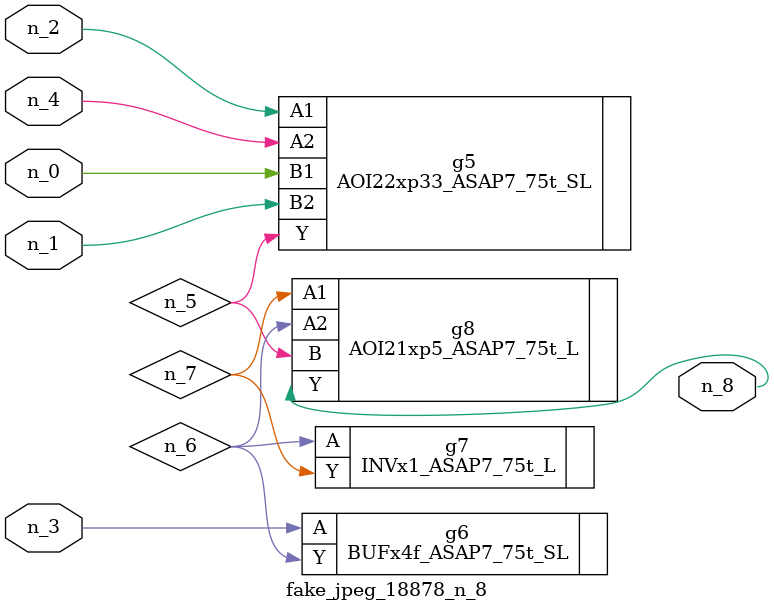
<source format=v>
module fake_jpeg_18878_n_8 (n_3, n_2, n_1, n_0, n_4, n_8);

input n_3;
input n_2;
input n_1;
input n_0;
input n_4;

output n_8;

wire n_6;
wire n_5;
wire n_7;

AOI22xp33_ASAP7_75t_SL g5 ( 
.A1(n_2),
.A2(n_4),
.B1(n_0),
.B2(n_1),
.Y(n_5)
);

BUFx4f_ASAP7_75t_SL g6 ( 
.A(n_3),
.Y(n_6)
);

INVx1_ASAP7_75t_L g7 ( 
.A(n_6),
.Y(n_7)
);

AOI21xp5_ASAP7_75t_L g8 ( 
.A1(n_7),
.A2(n_6),
.B(n_5),
.Y(n_8)
);


endmodule
</source>
